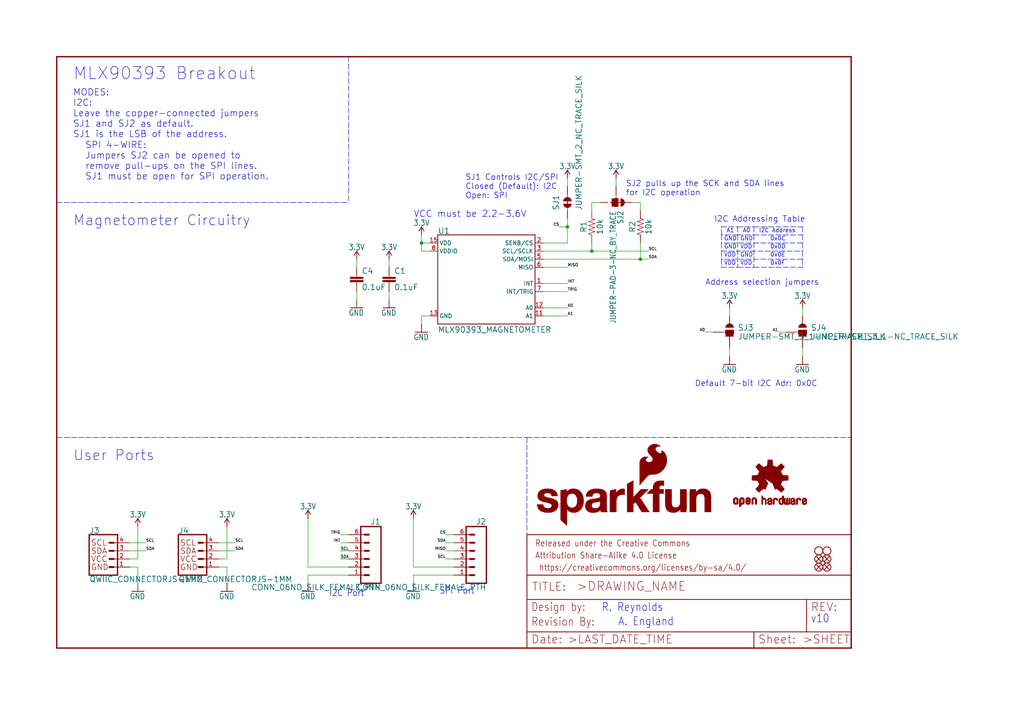
<source format=kicad_sch>
(kicad_sch (version 20211123) (generator eeschema)
  (paper "User" 320.878 223.926)
  (lib_symbols
    (symbol "eagleSchem-eagle-import:0.1UF-0603-25V-(+80{slash}-20%)"
      (property "Reference" "C" (at 1.524 2.921 0))
      (property "Value" "0.1UF-0603-25V-(+80{slash}-20%)" (at 1.524 -2.159 0))
      (symbol "0.1UF-0603-25V-(+80{slash}-20%)_1_0"
        (pin passive line (at 0 5.08 270) (length 2.54) (name "1") (number "1"))
        (pin passive line (at 0 -2.54 90) (length 2.54) (name "2") (number "2"))
      )
    )
    (symbol "eagleSchem-eagle-import:10KOHM-0603-1{slash}10W-1%"
      (property "Reference" "R" (at 0 1.524 0))
      (property "Value" "10KOHM-0603-1{slash}10W-1%" (at 0 -1.524 0))
      (symbol "10KOHM-0603-1{slash}10W-1%_1_0"
        (pin passive line (at -5.08 0 0) (length 2.54) (name "1") (number "1"))
        (pin passive line (at 5.08 0 180) (length 2.54) (name "2") (number "2"))
      )
    )
    (symbol "eagleSchem-eagle-import:3.3V" (power)
      (property "Value" "3.3V" (at 0 2.794 0))
      (symbol "3.3V_1_0"
        (pin power_in line (at 0 0 90) (length 2.54) (name "3.3V") (number "1"))
      )
    )
    (symbol "eagleSchem-eagle-import:CONN_06NO_SILK_FEMALE_PTH"
      (property "Reference" "J" (at -5.08 10.668 0))
      (property "Value" "CONN_06NO_SILK_FEMALE_PTH" (at -5.08 -9.906 0))
      (symbol "CONN_06NO_SILK_FEMALE_PTH_1_0"
        (pin passive line (at 5.08 -5.08 180) (length 5.08) (name "1") (number "1"))
        (pin passive line (at 5.08 -2.54 180) (length 5.08) (name "2") (number "2"))
        (pin passive line (at 5.08 0 180) (length 5.08) (name "3") (number "3"))
        (pin passive line (at 5.08 2.54 180) (length 5.08) (name "4") (number "4"))
        (pin passive line (at 5.08 5.08 180) (length 5.08) (name "5") (number "5"))
        (pin passive line (at 5.08 7.62 180) (length 5.08) (name "6") (number "6"))
      )
    )
    (symbol "eagleSchem-eagle-import:FIDUCIALUFIDUCIAL")
    (symbol "eagleSchem-eagle-import:FRAME-LETTER"
      (symbol "FRAME-LETTER_2_0"
        (text " https://creativecommons.org/licenses/by-sa/4.0/" (at 2.54 24.13 0) (effects (font (size 1.9304 1.6408)) (justify left bottom)))
        (text ">DRAWING_NAME" (at 15.494 17.78 0) (effects (font (size 2.7432 2.7432)) (justify left bottom)))
        (text ">LAST_DATE_TIME" (at 12.7 1.27 0) (effects (font (size 2.54 2.54)) (justify left bottom)))
        (text ">SHEET" (at 86.36 1.27 0) (effects (font (size 2.54 2.54)) (justify left bottom)))
        (text "Attribution Share-Alike 4.0 License" (at 2.54 27.94 0) (effects (font (size 1.9304 1.6408)) (justify left bottom)))
        (text "Date:" (at 1.27 1.27 0) (effects (font (size 2.54 2.54)) (justify left bottom)))
        (text "Design by:" (at 1.27 11.43 0) (effects (font (size 2.54 2.159)) (justify left bottom)))
        (text "Released under the Creative Commons" (at 2.54 31.75 0) (effects (font (size 1.9304 1.6408)) (justify left bottom)))
        (text "REV:" (at 88.9 11.43 0) (effects (font (size 2.54 2.54)) (justify left bottom)))
        (text "Sheet:" (at 72.39 1.27 0) (effects (font (size 2.54 2.54)) (justify left bottom)))
        (text "TITLE:" (at 1.524 17.78 0) (effects (font (size 2.54 2.54)) (justify left bottom)))
      )
    )
    (symbol "eagleSchem-eagle-import:GND" (power)
      (property "Value" "GND" (at -2.54 -2.54 0))
      (symbol "GND_1_0"
        (pin power_in line (at 0 2.54 270) (length 2.54) (name "GND") (number "1"))
      )
    )
    (symbol "eagleSchem-eagle-import:JUMPER-PAD-3-NC_BY_TRACE"
      (property "Reference" "SJ" (at 2.54 0.381 0))
      (property "Value" "JUMPER-PAD-3-NC_BY_TRACE" (at 2.54 -1.905 0))
      (symbol "JUMPER-PAD-3-NC_BY_TRACE_1_0"
        (pin passive line (at 0 5.08 270) (length 2.54) (name "1") (number "1"))
        (pin passive line (at -5.08 0 0) (length 2.54) (name "2") (number "2"))
        (pin passive line (at 0 -5.08 90) (length 2.54) (name "3") (number "3"))
      )
    )
    (symbol "eagleSchem-eagle-import:JUMPER-SMT_2_NC_TRACE_SILK"
      (property "Reference" "JP" (at -2.54 2.54 0))
      (property "Value" "JUMPER-SMT_2_NC_TRACE_SILK" (at -2.54 -2.54 0))
      (symbol "JUMPER-SMT_2_NC_TRACE_SILK_1_0"
        (pin passive line (at -5.08 0 0) (length 2.54) (name "1") (number "1"))
        (pin passive line (at 5.08 0 180) (length 2.54) (name "2") (number "2"))
      )
    )
    (symbol "eagleSchem-eagle-import:JUMPER-SMT_3_1-NC_TRACE_SILK"
      (property "Reference" "JP" (at 2.54 0.381 0))
      (property "Value" "JUMPER-SMT_3_1-NC_TRACE_SILK" (at 2.54 -0.381 0))
      (symbol "JUMPER-SMT_3_1-NC_TRACE_SILK_1_0"
        (pin passive line (at 0 5.08 270) (length 2.54) (name "1") (number "1"))
        (pin passive line (at -5.08 0 0) (length 2.54) (name "2") (number "2"))
        (pin passive line (at 0 -5.08 90) (length 2.54) (name "3") (number "3"))
      )
    )
    (symbol "eagleSchem-eagle-import:MLX90393_MAGNETOMETER"
      (property "Value" "MLX90393_MAGNETOMETER" (at -15.24 -15.494 0))
      (symbol "MLX90393_MAGNETOMETER_1_0"
        (pin bidirectional line (at 17.78 0 180) (length 2.54) (name "INT") (number "1"))
        (pin bidirectional line (at 17.78 -10.16 180) (length 2.54) (name "A1") (number "11"))
        (pin bidirectional line (at 17.78 -7.62 180) (length 2.54) (name "A0") (number "12"))
        (pin bidirectional line (at -17.78 -10.16 0) (length 2.54) (name "GND") (number "13"))
        (pin bidirectional line (at -17.78 12.7 0) (length 2.54) (name "VDD") (number "15"))
        (pin bidirectional line (at 17.78 12.7 180) (length 2.54) (name "SENB/CS") (number "2"))
        (pin bidirectional line (at 17.78 10.16 180) (length 2.54) (name "SCL/SCLK") (number "3"))
        (pin bidirectional line (at 17.78 7.62 180) (length 2.54) (name "SDA/MOSI") (number "5"))
        (pin bidirectional line (at 17.78 5.08 180) (length 2.54) (name "MISO") (number "6"))
        (pin bidirectional line (at 17.78 -2.54 180) (length 2.54) (name "INT/TRIG") (number "7"))
        (pin bidirectional line (at -17.78 10.16 0) (length 2.54) (name "VDDIO") (number "8"))
      )
    )
    (symbol "eagleSchem-eagle-import:OSHW-LOGOS")
    (symbol "eagleSchem-eagle-import:QWIIC_CONNECTORJS-1MM"
      (property "Reference" "J" (at -5.08 7.874 0))
      (property "Value" "QWIIC_CONNECTORJS-1MM" (at -5.08 -5.334 0))
      (symbol "QWIIC_CONNECTORJS-1MM_1_0"
        (text "GND" (at -4.572 -2.54 0) (effects (font (size 1.778 1.778)) (justify left)))
        (text "SCL" (at -4.572 5.08 0) (effects (font (size 1.778 1.778)) (justify left)))
        (text "SDA" (at -4.572 2.54 0) (effects (font (size 1.778 1.778)) (justify left)))
        (text "VCC" (at -4.572 0 0) (effects (font (size 1.778 1.778)) (justify left)))
        (pin power_in line (at 7.62 -2.54 180) (length 5.08) (name "1") (number "1"))
        (pin power_in line (at 7.62 0 180) (length 5.08) (name "2") (number "2"))
        (pin passive line (at 7.62 2.54 180) (length 5.08) (name "3") (number "3"))
        (pin passive line (at 7.62 5.08 180) (length 5.08) (name "4") (number "4"))
      )
    )
    (symbol "eagleSchem-eagle-import:REVISION"
      (symbol "REVISION_1_0"
        (text "Revision By: " (at 0 0 0) (effects (font (size 2.54 2.159)) (justify left bottom)))
      )
    )
    (symbol "eagleSchem-eagle-import:SFE_LOGO_FLAME.1_INCH")
    (symbol "eagleSchem-eagle-import:SFE_LOGO_NAME_FLAME.1_INCH")
    (symbol "eagleSchem-eagle-import:STAND-OFF")
  )
  (junction (at 185.42 78.74))
  (junction (at 177.8 71.12))
  (junction (at 200.66 81.28))
  (junction (at 132.08 76.2))
  (wire (pts (xy 177.8 76.2) (xy 177.8 71.12)))
  (wire (pts (xy 251.46 111.76) (xy 251.46 109.22)))
  (polyline (pts (xy 231.14 71.12) (xy 236.22 71.12)))
  (wire (pts (xy 177.8 71.12) (xy 177.8 68.58)))
  (wire (pts (xy 193.04 55.88) (xy 193.04 58.42)))
  (polyline (pts (xy 236.22 71.12) (xy 236.22 73.66)))
  (wire (pts (xy 68.58 175.26) (xy 71.12 175.26)))
  (polyline (pts (xy 251.46 78.74) (xy 251.46 81.28)))
  (wire (pts (xy 142.24 167.64) (xy 139.7 167.64)))
  (wire (pts (xy 129.54 162.56) (xy 129.54 177.8)))
  (wire (pts (xy 228.6 96.52) (xy 228.6 99.06)))
  (polyline (pts (xy 226.06 78.74) (xy 251.46 78.74)))
  (polyline (pts (xy 226.06 71.12) (xy 231.14 71.12)))
  (polyline (pts (xy 17.78 137.16) (xy 165.1 137.16)))
  (polyline (pts (xy 109.22 17.78) (xy 109.22 63.5)))
  (wire (pts (xy 134.62 99.06) (xy 132.08 99.06)))
  (wire (pts (xy 40.64 177.8) (xy 43.18 177.8)))
  (polyline (pts (xy 236.22 71.12) (xy 251.46 71.12)))
  (wire (pts (xy 132.08 99.06) (xy 132.08 101.6)))
  (wire (pts (xy 40.64 170.18) (xy 45.72 170.18)))
  (wire (pts (xy 251.46 96.52) (xy 251.46 99.06)))
  (wire (pts (xy 142.24 175.26) (xy 139.7 175.26)))
  (wire (pts (xy 68.58 177.8) (xy 71.12 177.8)))
  (wire (pts (xy 111.76 93.98) (xy 111.76 91.44)))
  (wire (pts (xy 43.18 175.26) (xy 43.18 165.1)))
  (wire (pts (xy 129.54 177.8) (xy 142.24 177.8)))
  (wire (pts (xy 228.6 111.76) (xy 228.6 109.22)))
  (wire (pts (xy 177.8 55.88) (xy 177.8 58.42)))
  (polyline (pts (xy 251.46 81.28) (xy 226.06 81.28)))
  (wire (pts (xy 200.66 81.28) (xy 203.2 81.28)))
  (polyline (pts (xy 165.1 137.16) (xy 165.1 167.64)))
  (wire (pts (xy 109.22 170.18) (xy 106.68 170.18)))
  (wire (pts (xy 142.24 170.18) (xy 139.7 170.18)))
  (polyline (pts (xy 231.14 73.66) (xy 226.06 73.66)))
  (polyline (pts (xy 236.22 73.66) (xy 236.22 83.82)))
  (wire (pts (xy 185.42 78.74) (xy 203.2 78.74)))
  (wire (pts (xy 246.38 104.14) (xy 243.84 104.14)))
  (wire (pts (xy 109.22 172.72) (xy 106.68 172.72)))
  (wire (pts (xy 109.22 175.26) (xy 106.68 175.26)))
  (wire (pts (xy 142.24 172.72) (xy 139.7 172.72)))
  (wire (pts (xy 43.18 177.8) (xy 43.18 182.88)))
  (polyline (pts (xy 236.22 73.66) (xy 251.46 73.66)))
  (wire (pts (xy 71.12 175.26) (xy 71.12 165.1)))
  (polyline (pts (xy 231.14 83.82) (xy 236.22 83.82)))
  (polyline (pts (xy 231.14 73.66) (xy 236.22 73.66)))
  (polyline (pts (xy 226.06 73.66) (xy 226.06 76.2)))
  (polyline (pts (xy 251.46 81.28) (xy 251.46 83.82)))
  (wire (pts (xy 129.54 180.34) (xy 129.54 182.88)))
  (wire (pts (xy 134.62 76.2) (xy 132.08 76.2)))
  (wire (pts (xy 111.76 83.82) (xy 111.76 81.28)))
  (polyline (pts (xy 226.06 76.2) (xy 226.06 78.74)))
  (wire (pts (xy 132.08 78.74) (xy 132.08 76.2)))
  (polyline (pts (xy 251.46 71.12) (xy 251.46 73.66)))
  (polyline (pts (xy 231.14 71.12) (xy 231.14 73.66)))
  (polyline (pts (xy 236.22 83.82) (xy 251.46 83.82)))
  (wire (pts (xy 170.18 81.28) (xy 200.66 81.28)))
  (wire (pts (xy 71.12 177.8) (xy 71.12 182.88)))
  (wire (pts (xy 170.18 83.82) (xy 177.8 83.82)))
  (wire (pts (xy 200.66 63.5) (xy 200.66 66.04)))
  (wire (pts (xy 96.52 182.88) (xy 96.52 180.34)))
  (polyline (pts (xy 251.46 73.66) (xy 251.46 76.2)))
  (wire (pts (xy 109.22 180.34) (xy 96.52 180.34)))
  (polyline (pts (xy 165.1 137.16) (xy 266.7 137.16)))
  (wire (pts (xy 185.42 63.5) (xy 185.42 66.04)))
  (polyline (pts (xy 251.46 76.2) (xy 226.06 76.2)))
  (wire (pts (xy 187.96 63.5) (xy 185.42 63.5)))
  (wire (pts (xy 121.92 83.82) (xy 121.92 81.28)))
  (polyline (pts (xy 226.06 83.82) (xy 231.14 83.82)))
  (polyline (pts (xy 226.06 73.66) (xy 226.06 71.12)))
  (wire (pts (xy 170.18 99.06) (xy 177.8 99.06)))
  (wire (pts (xy 200.66 76.2) (xy 200.66 81.28)))
  (wire (pts (xy 96.52 162.56) (xy 96.52 177.8)))
  (wire (pts (xy 177.8 71.12) (xy 175.26 71.12)))
  (wire (pts (xy 170.18 96.52) (xy 177.8 96.52)))
  (wire (pts (xy 198.12 63.5) (xy 200.66 63.5)))
  (wire (pts (xy 170.18 91.44) (xy 177.8 91.44)))
  (wire (pts (xy 109.22 167.64) (xy 106.68 167.64)))
  (wire (pts (xy 170.18 78.74) (xy 185.42 78.74)))
  (wire (pts (xy 68.58 170.18) (xy 73.66 170.18)))
  (polyline (pts (xy 226.06 78.74) (xy 226.06 81.28)))
  (wire (pts (xy 185.42 76.2) (xy 185.42 78.74)))
  (wire (pts (xy 223.52 104.14) (xy 220.98 104.14)))
  (wire (pts (xy 170.18 76.2) (xy 177.8 76.2)))
  (polyline (pts (xy 226.06 81.28) (xy 226.06 83.82)))
  (wire (pts (xy 170.18 88.9) (xy 177.8 88.9)))
  (polyline (pts (xy 17.78 63.5) (xy 109.22 63.5)))
  (wire (pts (xy 142.24 180.34) (xy 129.54 180.34)))
  (polyline (pts (xy 231.14 73.66) (xy 231.14 83.82)))
  (wire (pts (xy 68.58 172.72) (xy 73.66 172.72)))
  (wire (pts (xy 40.64 175.26) (xy 43.18 175.26)))
  (wire (pts (xy 132.08 73.66) (xy 132.08 76.2)))
  (polyline (pts (xy 251.46 76.2) (xy 251.46 78.74)))
  (wire (pts (xy 109.22 177.8) (xy 96.52 177.8)))
  (wire (pts (xy 121.92 91.44) (xy 121.92 93.98)))
  (wire (pts (xy 40.64 172.72) (xy 45.72 172.72)))
  (wire (pts (xy 134.62 78.74) (xy 132.08 78.74)))
  (text "0x0E" (at 241.3 80.772 180) (effects (font (size 1.27 1.27)) (justify left bottom)))
  (text "v10" (at 254 195.58 180) (effects (font (size 2.54 2.159)) (justify left bottom)))
  (text "SPI Port" (at 137.668 184.15 180) (effects (font (size 2.032 1.7272)) (justify left top)))
  (text "GND" (at 226.822 78.232 180) (effects (font (size 1.27 1.27)) (justify left bottom)))
  (text "Address selection jumpers" (at 220.98 89.662 180) (effects (font (size 1.778 1.778)) (justify left bottom)))
  (text "VDD" (at 231.902 83.312 180) (effects (font (size 1.27 1.27)) (justify left bottom)))
  (text "A0" (at 232.664 73.152 180) (effects (font (size 1.27 1.27)) (justify left bottom)))
  (text "A1" (at 227.584 73.152 180) (effects (font (size 1.27 1.27)) (justify left bottom)))
  (text "I2C Addressing Table" (at 223.774 69.85 180) (effects (font (size 1.778 1.778)) (justify left bottom)))
  (text "A. England" (at 193.6496 196.469 180) (effects (font (size 2.54 2.159)) (justify left bottom)))
  (text "I2C Port" (at 103.124 184.912 180) (effects (font (size 2.032 1.7272)) (justify left top)))
  (text "MLX90393 Breakout" (at 22.86 25.4 180) (effects (font (size 3.81 3.81)) (justify left bottom)))
  (text "0x0C" (at 241.3 75.692 180) (effects (font (size 1.27 1.27)) (justify left bottom)))
  (text "GND" (at 231.902 80.772 180) (effects (font (size 1.27 1.27)) (justify left bottom)))
  (text "User Ports" (at 22.86 144.78 180) (effects (font (size 3.175 3.175)) (justify left bottom)))
  (text "MODES:\nI2C:\nLeave the copper-connected jumpers\nSJ1 and SJ2 as default.\nSJ1 is the LSB of the address." (at 22.86 27.94 0) (effects (font (size 2.032 2.032)) (justify left top)))
  (text "VCC must be 2.2-3.6V" (at 129.54 66.04 180) (effects (font (size 2.032 2.032)) (justify left top)))
  (text "VDD" (at 226.822 83.312 180) (effects (font (size 1.27 1.27)) (justify left bottom)))
  (text "VDD" (at 226.822 80.772 180) (effects (font (size 1.27 1.27)) (justify left bottom)))
  (text "R. Reynolds" (at 188.468 192.024 180) (effects (font (size 2.54 2.159)) (justify left bottom)))
  (text "I2C Address" (at 237.744 73.152 180) (effects (font (size 1.27 1.27)) (justify left bottom)))
  (text "GND" (at 226.822 75.692 180) (effects (font (size 1.27 1.27)) (justify left bottom)))
  (text "SJ1 Controls I2C/SPI\nClosed (Default): I2C\nOpen: SPI" (at 145.796 62.484 0) (effects (font (size 1.778 1.778)) (justify left bottom)))
  (text "GND" (at 231.902 75.692 180) (effects (font (size 1.27 1.27)) (justify left bottom)))
  (text "Magnetometer Circuitry" (at 22.86 71.12 180) (effects (font (size 3.175 3.175)) (justify left bottom)))
  (text "Default 7-bit I2C Adr: 0x0C" (at 217.678 121.412 180) (effects (font (size 1.778 1.778)) (justify left bottom)))
  (text "SPI 4-WIRE:\nJumpers SJ2 can be opened to\nremove pull-ups on the SPI lines.\nSJ1 must be open for SPI operation." (at 26.67 44.45 0) (effects (font (size 2.032 2.032)) (justify left top)))
  (text "0x0F" (at 241.3 83.312 180) (effects (font (size 1.27 1.27)) (justify left bottom)))
  (text "VDD" (at 231.902 78.232 180) (effects (font (size 1.27 1.27)) (justify left bottom)))
  (text "0x0D" (at 241.3 78.232 180) (effects (font (size 1.27 1.27)) (justify left bottom)))
  (text "SJ2 pulls up the SCK and SDA lines\nfor I2C operation" (at 196.088 56.642 0) (effects (font (size 1.778 1.778)) (justify left top)))
  (label "INT" (at 106.68 170.18 180) (effects (font (size 0.889 0.889))))
  (label "TRIG" (at 177.8 91.44 0) (effects (font (size 0.889 0.889))))
  (label "TRIG" (at 106.68 167.64 180) (effects (font (size 0.889 0.889))))
  (label "A1" (at 243.84 104.14 180) (effects (font (size 0.889 0.889))))
  (label "SCL" (at 45.72 170.18 0) (effects (font (size 0.889 0.889))))
  (label "CS" (at 175.26 71.12 180) (effects (font (size 0.889 0.889))))
  (label "SDA" (at 45.72 172.72 0) (effects (font (size 0.889 0.889))))
  (label "SCL" (at 203.2 78.74 0) (effects (font (size 0.889 0.889))))
  (label "SDA" (at 203.2 81.28 0) (effects (font (size 0.889 0.889))))
  (label "A0" (at 220.98 104.14 180) (effects (font (size 0.889 0.889))))
  (label "SDA" (at 106.68 175.26 0) (effects (font (size 0.889 0.889))))
  (label "MISO" (at 139.7 172.72 180) (effects (font (size 0.889 0.889))))
  (label "A0" (at 177.8 96.52 0) (effects (font (size 0.889 0.889))))
  (label "SDA" (at 73.66 172.72 0) (effects (font (size 0.889 0.889))))
  (label "SDA" (at 139.7 170.18 180) (effects (font (size 0.889 0.889))))
  (label "A1" (at 177.8 99.06 0) (effects (font (size 0.889 0.889))))
  (label "INT" (at 177.8 88.9 0) (effects (font (size 0.889 0.889))))
  (label "CS" (at 139.7 167.64 180) (effects (font (size 0.889 0.889))))
  (label "MISO" (at 177.8 83.82 0) (effects (font (size 0.889 0.889))))
  (label "SCL" (at 106.68 172.72 0) (effects (font (size 0.889 0.889))))
  (label "SCL" (at 73.66 170.18 0) (effects (font (size 0.889 0.889))))
  (label "SCL" (at 139.7 175.26 180) (effects (font (size 0.889 0.889))))
  (symbol (lib_id "eagleSchem-eagle-import:JUMPER-SMT_3_1-NC_TRACE_SILK") (at 228.6 104.14 0) (unit 1)
    (property "Reference" "SJ3" (at 231.14 103.759 0) (effects (font (size 1.778 1.778)) (justify left bottom)))
    (property "Value" "JUMPER-SMT_3_1-NC_TRACE_SILK" (at 231.14 104.521 0) (effects (font (size 1.778 1.778)) (justify left top)))
    (property "Footprint" "eagleSchem:SMT-JUMPER_3_1-NC_TRACE_SILK" (effects hide))
  )
  (symbol (lib_id "eagleSchem-eagle-import:STAND-OFF") (at 259.08 172.72 0) (unit 1)
    (property "Reference" "JP3" (effects hide))
    (property "Value" "STAND-OFF" (effects hide))
    (property "Footprint" "eagleSchem:STAND-OFF" (effects hide))
  )
  (symbol (lib_id "eagleSchem-eagle-import:0.1UF-0603-25V-(+80{slash}-20%)") (at 111.76 88.9 0) (unit 1)
    (property "Reference" "C4" (at 113.284 85.979 0) (effects (font (size 1.778 1.778)) (justify left bottom)))
    (property "Value" "0.1uF" (at 113.284 91.059 0) (effects (font (size 1.778 1.778)) (justify left bottom)))
    (property "Footprint" "eagleSchem:0603" (effects hide))
  )
  (symbol (lib_id "eagleSchem-eagle-import:3.3V") (at 193.04 55.88 0) (unit 1)
    (property "Reference" "#SUPPLY12" (effects hide))
    (property "Value" "3.3V" (at 193.04 53.086 0) (effects (font (size 1.778 1.5113)) (justify bottom)))
    (property "Footprint" "eagleSchem:" (effects hide))
  )
  (symbol (lib_id "eagleSchem-eagle-import:GND") (at 96.52 185.42 0) (unit 1)
    (property "Reference" "#GND4" (effects hide))
    (property "Value" "GND" (at 93.98 187.96 0) (effects (font (size 1.778 1.5113)) (justify left bottom)))
    (property "Footprint" "eagleSchem:" (effects hide))
  )
  (symbol (lib_id "eagleSchem-eagle-import:QWIIC_CONNECTORJS-1MM") (at 60.96 175.26 0) (unit 1)
    (property "Reference" "J4" (at 55.88 167.386 0) (effects (font (size 1.778 1.778)) (justify left bottom)))
    (property "Value" "QWIIC_CONNECTORJS-1MM" (at 55.88 180.594 0) (effects (font (size 1.778 1.778)) (justify left top)))
    (property "Footprint" "eagleSchem:1X04_1MM_RA" (effects hide))
  )
  (symbol (lib_id "eagleSchem-eagle-import:3.3V") (at 121.92 81.28 0) (unit 1)
    (property "Reference" "#SUPPLY2" (effects hide))
    (property "Value" "3.3V" (at 121.92 78.486 0) (effects (font (size 1.778 1.5113)) (justify bottom)))
    (property "Footprint" "eagleSchem:" (effects hide))
  )
  (symbol (lib_id "eagleSchem-eagle-import:3.3V") (at 111.76 81.28 0) (unit 1)
    (property "Reference" "#SUPPLY3" (effects hide))
    (property "Value" "3.3V" (at 111.76 78.486 0) (effects (font (size 1.778 1.5113)) (justify bottom)))
    (property "Footprint" "eagleSchem:" (effects hide))
  )
  (symbol (lib_id "eagleSchem-eagle-import:FIDUCIALUFIDUCIAL") (at 259.08 175.26 0) (unit 1)
    (property "Reference" "FD3" (effects hide))
    (property "Value" "FIDUCIALUFIDUCIAL" (effects hide))
    (property "Footprint" "eagleSchem:FIDUCIAL-MICRO" (effects hide))
  )
  (symbol (lib_id "eagleSchem-eagle-import:FIDUCIALUFIDUCIAL") (at 259.08 177.8 0) (unit 1)
    (property "Reference" "FD4" (effects hide))
    (property "Value" "FIDUCIALUFIDUCIAL" (effects hide))
    (property "Footprint" "eagleSchem:FIDUCIAL-MICRO" (effects hide))
  )
  (symbol (lib_id "eagleSchem-eagle-import:FIDUCIALUFIDUCIAL") (at 256.54 175.26 0) (unit 1)
    (property "Reference" "FD2" (effects hide))
    (property "Value" "FIDUCIALUFIDUCIAL" (effects hide))
    (property "Footprint" "eagleSchem:FIDUCIAL-MICRO" (effects hide))
  )
  (symbol (lib_id "eagleSchem-eagle-import:10KOHM-0603-1{slash}10W-1%") (at 200.66 71.12 90) (unit 1)
    (property "Reference" "R2" (at 199.136 71.12 0) (effects (font (size 1.778 1.778)) (justify bottom)))
    (property "Value" "10k" (at 202.184 71.12 0) (effects (font (size 1.778 1.778)) (justify top)))
    (property "Footprint" "eagleSchem:0603" (effects hide))
  )
  (symbol (lib_id "eagleSchem-eagle-import:FRAME-LETTER") (at 165.1 203.2 0) (unit 2)
    (property "Reference" "FRAME2" (effects hide))
    (property "Value" "FRAME-LETTER" (effects hide))
    (property "Footprint" "eagleSchem:CREATIVE_COMMONS" (effects hide))
  )
  (symbol (lib_id "eagleSchem-eagle-import:MLX90393_MAGNETOMETER") (at 152.4 88.9 0) (unit 1)
    (property "Reference" "U1" (at 137.16 73.406 0) (effects (font (size 1.778 1.778)) (justify left bottom)))
    (property "Value" "MLX90393_MAGNETOMETER" (at 137.16 104.394 0) (effects (font (size 1.778 1.778)) (justify left bottom)))
    (property "Footprint" "eagleSchem:QFN-16_WITH_AXIES" (effects hide))
  )
  (symbol (lib_id "eagleSchem-eagle-import:3.3V") (at 43.18 165.1 0) (unit 1)
    (property "Reference" "#SUPPLY4" (effects hide))
    (property "Value" "3.3V" (at 43.18 162.306 0) (effects (font (size 1.778 1.5113)) (justify bottom)))
    (property "Footprint" "eagleSchem:" (effects hide))
  )
  (symbol (lib_id "eagleSchem-eagle-import:GND") (at 43.18 185.42 0) (unit 1)
    (property "Reference" "#GND1" (effects hide))
    (property "Value" "GND" (at 40.64 187.96 0) (effects (font (size 1.778 1.5113)) (justify left bottom)))
    (property "Footprint" "eagleSchem:" (effects hide))
  )
  (symbol (lib_id "eagleSchem-eagle-import:3.3V") (at 251.46 96.52 0) (unit 1)
    (property "Reference" "#SUPPLY14" (effects hide))
    (property "Value" "3.3V" (at 251.46 93.726 0) (effects (font (size 1.778 1.5113)) (justify bottom)))
    (property "Footprint" "eagleSchem:" (effects hide))
  )
  (symbol (lib_id "eagleSchem-eagle-import:GND") (at 132.08 104.14 0) (unit 1)
    (property "Reference" "#GND3" (effects hide))
    (property "Value" "GND" (at 129.54 106.68 0) (effects (font (size 1.778 1.5113)) (justify left bottom)))
    (property "Footprint" "eagleSchem:" (effects hide))
  )
  (symbol (lib_id "eagleSchem-eagle-import:3.3V") (at 129.54 162.56 0) (unit 1)
    (property "Reference" "#SUPPLY9" (effects hide))
    (property "Value" "3.3V" (at 129.54 159.766 0) (effects (font (size 1.778 1.5113)) (justify bottom)))
    (property "Footprint" "eagleSchem:" (effects hide))
  )
  (symbol (lib_id "eagleSchem-eagle-import:0.1UF-0603-25V-(+80{slash}-20%)") (at 121.92 88.9 0) (unit 1)
    (property "Reference" "C1" (at 123.444 85.979 0) (effects (font (size 1.778 1.778)) (justify left bottom)))
    (property "Value" "0.1uF" (at 123.444 91.059 0) (effects (font (size 1.778 1.778)) (justify left bottom)))
    (property "Footprint" "eagleSchem:0603" (effects hide))
  )
  (symbol (lib_id "eagleSchem-eagle-import:JUMPER-PAD-3-NC_BY_TRACE") (at 193.04 63.5 270) (unit 1)
    (property "Reference" "SJ2" (at 193.421 66.04 0) (effects (font (size 1.778 1.5113)) (justify left bottom)))
    (property "Value" "JUMPER-PAD-3-NC_BY_TRACE" (at 191.135 66.04 0) (effects (font (size 1.778 1.5113)) (justify left bottom)))
    (property "Footprint" "eagleSchem:PAD-JUMPER-3-3OF3_NC_BY_TRACE_YES_SILK_FULL_BOX" (effects hide))
  )
  (symbol (lib_id "eagleSchem-eagle-import:JUMPER-SMT_2_NC_TRACE_SILK") (at 177.8 63.5 90) (unit 1)
    (property "Reference" "SJ1" (at 175.26 66.04 0) (effects (font (size 1.778 1.778)) (justify left bottom)))
    (property "Value" "JUMPER-SMT_2_NC_TRACE_SILK" (at 180.34 66.04 0) (effects (font (size 1.778 1.778)) (justify left top)))
    (property "Footprint" "eagleSchem:SMT-JUMPER_2_NC_TRACE_SILK" (effects hide))
  )
  (symbol (lib_id "eagleSchem-eagle-import:GND") (at 71.12 185.42 0) (unit 1)
    (property "Reference" "#GND9" (effects hide))
    (property "Value" "GND" (at 68.58 187.96 0) (effects (font (size 1.778 1.5113)) (justify left bottom)))
    (property "Footprint" "eagleSchem:" (effects hide))
  )
  (symbol (lib_id "eagleSchem-eagle-import:QWIIC_CONNECTORJS-1MM") (at 33.02 175.26 0) (unit 1)
    (property "Reference" "J3" (at 27.94 167.386 0) (effects (font (size 1.778 1.778)) (justify left bottom)))
    (property "Value" "QWIIC_CONNECTORJS-1MM" (at 27.94 180.594 0) (effects (font (size 1.778 1.778)) (justify left top)))
    (property "Footprint" "eagleSchem:1X04_1MM_RA" (effects hide))
  )
  (symbol (lib_id "eagleSchem-eagle-import:3.3V") (at 96.52 162.56 0) (unit 1)
    (property "Reference" "#SUPPLY8" (effects hide))
    (property "Value" "3.3V" (at 96.52 159.766 0) (effects (font (size 1.778 1.5113)) (justify bottom)))
    (property "Footprint" "eagleSchem:" (effects hide))
  )
  (symbol (lib_id "eagleSchem-eagle-import:OSHW-LOGOS") (at 241.3 149.86 0) (unit 1)
    (property "Reference" "U$1" (effects hide))
    (property "Value" "OSHW-LOGOS" (effects hide))
    (property "Footprint" "eagleSchem:OSHW-LOGO-S" (effects hide))
  )
  (symbol (lib_id "eagleSchem-eagle-import:STAND-OFF") (at 256.54 172.72 0) (unit 1)
    (property "Reference" "JP4" (effects hide))
    (property "Value" "STAND-OFF" (effects hide))
    (property "Footprint" "eagleSchem:STAND-OFF" (effects hide))
  )
  (symbol (lib_id "eagleSchem-eagle-import:3.3V") (at 177.8 55.88 0) (unit 1)
    (property "Reference" "#SUPPLY11" (effects hide))
    (property "Value" "3.3V" (at 177.8 53.086 0) (effects (font (size 1.778 1.5113)) (justify bottom)))
    (property "Footprint" "eagleSchem:" (effects hide))
  )
  (symbol (lib_id "eagleSchem-eagle-import:FRAME-LETTER") (at 17.78 203.2 0) (unit 1)
    (property "Reference" "FRAME2" (effects hide))
    (property "Value" "FRAME-LETTER" (effects hide))
    (property "Footprint" "eagleSchem:CREATIVE_COMMONS" (effects hide))
  )
  (symbol (lib_id "eagleSchem-eagle-import:SFE_LOGO_NAME_FLAME.1_INCH") (at 167.64 165.1 0) (unit 1)
    (property "Reference" "LOGO1" (effects hide))
    (property "Value" "SFE_LOGO_NAME_FLAME.1_INCH" (effects hide))
    (property "Footprint" "eagleSchem:SFE_LOGO_NAME_FLAME_.1" (effects hide))
  )
  (symbol (lib_id "eagleSchem-eagle-import:CONN_06NO_SILK_FEMALE_PTH") (at 114.3 175.26 0) (mirror y) (unit 1)
    (property "Reference" "J1" (at 119.38 164.592 0) (effects (font (size 1.778 1.778)) (justify left bottom)))
    (property "Value" "CONN_06NO_SILK_FEMALE_PTH" (at 119.38 185.166 0) (effects (font (size 1.778 1.778)) (justify left bottom)))
    (property "Footprint" "eagleSchem:1X06_NO_SILK" (effects hide))
  )
  (symbol (lib_id "eagleSchem-eagle-import:REVISION") (at 166.3954 196.3928 0) (unit 1)
    (property "Reference" "LOGO3" (effects hide))
    (property "Value" "REVISION" (effects hide))
    (property "Footprint" "eagleSchem:REVISION" (effects hide))
  )
  (symbol (lib_id "eagleSchem-eagle-import:10KOHM-0603-1{slash}10W-1%") (at 185.42 71.12 90) (unit 1)
    (property "Reference" "R1" (at 183.896 71.12 0) (effects (font (size 1.778 1.778)) (justify bottom)))
    (property "Value" "10k" (at 186.944 71.12 0) (effects (font (size 1.778 1.778)) (justify top)))
    (property "Footprint" "eagleSchem:0603" (effects hide))
  )
  (symbol (lib_id "eagleSchem-eagle-import:3.3V") (at 132.08 73.66 0) (unit 1)
    (property "Reference" "#SUPPLY1" (effects hide))
    (property "Value" "3.3V" (at 132.08 70.866 0) (effects (font (size 1.778 1.5113)) (justify bottom)))
    (property "Footprint" "eagleSchem:" (effects hide))
  )
  (symbol (lib_id "eagleSchem-eagle-import:FIDUCIALUFIDUCIAL") (at 256.54 177.8 0) (unit 1)
    (property "Reference" "FD1" (effects hide))
    (property "Value" "FIDUCIALUFIDUCIAL" (effects hide))
    (property "Footprint" "eagleSchem:FIDUCIAL-MICRO" (effects hide))
  )
  (symbol (lib_id "eagleSchem-eagle-import:SFE_LOGO_FLAME.1_INCH") (at 200.1012 152.5016 0) (unit 1)
    (property "Reference" "LOGO2" (effects hide))
    (property "Value" "SFE_LOGO_FLAME.1_INCH" (effects hide))
    (property "Footprint" "eagleSchem:SFE_LOGO_FLAME_.1" (effects hide))
  )
  (symbol (lib_id "eagleSchem-eagle-import:CONN_06NO_SILK_FEMALE_PTH") (at 147.32 175.26 0) (mirror y) (unit 1)
    (property "Reference" "J2" (at 152.4 164.592 0) (effects (font (size 1.778 1.778)) (justify left bottom)))
    (property "Value" "CONN_06NO_SILK_FEMALE_PTH" (at 152.4 185.166 0) (effects (font (size 1.778 1.778)) (justify left bottom)))
    (property "Footprint" "eagleSchem:1X06_NO_SILK" (effects hide))
  )
  (symbol (lib_id "eagleSchem-eagle-import:JUMPER-SMT_3_1-NC_TRACE_SILK") (at 251.46 104.14 0) (unit 1)
    (property "Reference" "SJ4" (at 254 103.759 0) (effects (font (size 1.778 1.778)) (justify left bottom)))
    (property "Value" "JUMPER-SMT_3_1-NC_TRACE_SILK" (at 254 104.521 0) (effects (font (size 1.778 1.778)) (justify left top)))
    (property "Footprint" "eagleSchem:SMT-JUMPER_3_1-NC_TRACE_SILK" (effects hide))
  )
  (symbol (lib_id "eagleSchem-eagle-import:GND") (at 121.92 96.52 0) (unit 1)
    (property "Reference" "#GND8" (effects hide))
    (property "Value" "GND" (at 119.38 99.06 0) (effects (font (size 1.778 1.5113)) (justify left bottom)))
    (property "Footprint" "eagleSchem:" (effects hide))
  )
  (symbol (lib_id "eagleSchem-eagle-import:GND") (at 129.54 185.42 0) (unit 1)
    (property "Reference" "#GND5" (effects hide))
    (property "Value" "GND" (at 127 187.96 0) (effects (font (size 1.778 1.5113)) (justify left bottom)))
    (property "Footprint" "eagleSchem:" (effects hide))
  )
  (symbol (lib_id "eagleSchem-eagle-import:3.3V") (at 228.6 96.52 0) (unit 1)
    (property "Reference" "#SUPPLY13" (effects hide))
    (property "Value" "3.3V" (at 228.6 93.726 0) (effects (font (size 1.778 1.5113)) (justify bottom)))
    (property "Footprint" "eagleSchem:" (effects hide))
  )
  (symbol (lib_id "eagleSchem-eagle-import:GND") (at 111.76 96.52 0) (unit 1)
    (property "Reference" "#GND2" (effects hide))
    (property "Value" "GND" (at 109.22 99.06 0) (effects (font (size 1.778 1.5113)) (justify left bottom)))
    (property "Footprint" "eagleSchem:" (effects hide))
  )
  (symbol (lib_id "eagleSchem-eagle-import:3.3V") (at 71.12 165.1 0) (unit 1)
    (property "Reference" "#SUPPLY5" (effects hide))
    (property "Value" "3.3V" (at 71.12 162.306 0) (effects (font (size 1.778 1.5113)) (justify bottom)))
    (property "Footprint" "eagleSchem:" (effects hide))
  )
  (symbol (lib_id "eagleSchem-eagle-import:GND") (at 228.6 114.3 0) (unit 1)
    (property "Reference" "#GND6" (effects hide))
    (property "Value" "GND" (at 226.06 116.84 0) (effects (font (size 1.778 1.5113)) (justify left bottom)))
    (property "Footprint" "eagleSchem:" (effects hide))
  )
  (symbol (lib_id "eagleSchem-eagle-import:GND") (at 251.46 114.3 0) (unit 1)
    (property "Reference" "#GND7" (effects hide))
    (property "Value" "GND" (at 248.92 116.84 0) (effects (font (size 1.778 1.5113)) (justify left bottom)))
    (property "Footprint" "eagleSchem:" (effects hide))
  )
)
</source>
